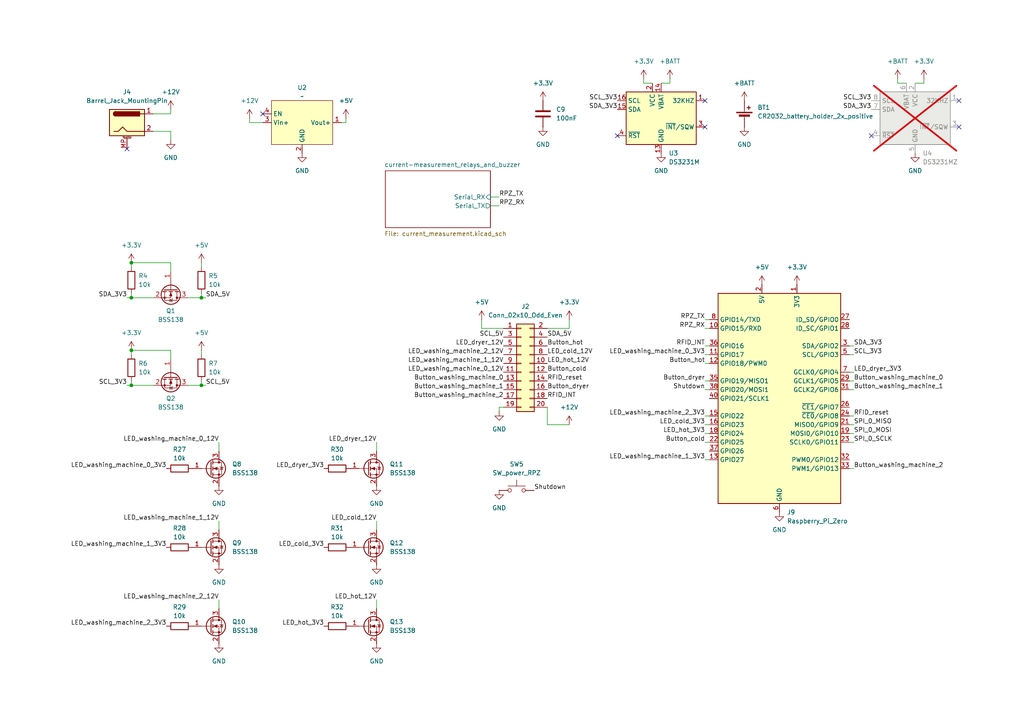
<source format=kicad_sch>
(kicad_sch (version 20231120) (generator "eeschema") (generator_version "8.0")
  (paper "A4")
  (lib_symbols
    (symbol "CR2032_battery_holder:CR2032_battery_holder_2x_positive" (pin_numbers hide) (pin_names (offset 0) hide)
      (property "Reference" "BT" (at 2.54 2.54 0))
      (property "Value" "CR2032_battery_holder_2x_positive" (at 2.54 0 0))
      (symbol "CR2032_battery_holder_2x_positive_0_1"
        (rectangle (start -2.286 1.778) (end 2.286 1.524) (fill (type outline)))
        (rectangle (start -1.524 1.016) (end 1.524 0.508) (fill (type outline)))
        (polyline (pts (xy 0 0.762) (xy 0 0)))
        (polyline (pts (xy 0 1.778) (xy 0 2.54)))
        (polyline (pts (xy 0.762 3.048) (xy 1.778 3.048)) (stroke (width 0.254)))
        (polyline (pts (xy 1.27 3.556) (xy 1.27 2.54)) (stroke (width 0.254)))
      )
      (symbol "CR2032_battery_holder_2x_positive_1_1"
        (pin passive line (at 0 5.08 270) (length 2.54) (name "+") (number "1"))
        (pin passive line (at 0 5.08 270) (length 2.54) hide (name "+") (number "2"))
        (pin passive line (at 0 -2.54 90) (length 2.54) (name "-") (number "3"))
      )
    )
    (symbol "Connector:Barrel_Jack_MountingPin" (pin_names hide)
      (property "Reference" "J" (at 0 5.334 0))
      (property "Value" "Barrel_Jack_MountingPin" (at 1.27 -6.35 0))
      (symbol "Barrel_Jack_MountingPin_0_1"
        (rectangle (start -5.08 3.81) (end 5.08 -3.81) (stroke (width 0.254)) (fill (type background)))
        (arc (start -3.302 3.175) (mid -3.9343 2.54) (end -3.302 1.905) (stroke (width 0.254)))
        (arc (start -3.302 3.175) (mid -3.9343 2.54) (end -3.302 1.905) (stroke (width 0.254)) (fill (type outline)))
        (polyline (pts (xy 5.08 2.54) (xy 3.81 2.54)) (stroke (width 0.254)))
        (polyline (pts (xy -3.81 -2.54) (xy -2.54 -2.54) (xy -1.27 -1.27) (xy 0 -2.54) (xy 2.54 -2.54) (xy 5.08 -2.54)) (stroke (width 0.254)))
        (rectangle (start 3.683 3.175) (end -3.302 1.905) (stroke (width 0.254)) (fill (type outline)))
      )
      (symbol "Barrel_Jack_MountingPin_1_1"
        (polyline (pts (xy -1.016 -4.572) (xy 1.016 -4.572)) (stroke (width 0.1524)))
        (text "Mounting" (at 0 -4.191 0) (effects (font (size 0.381 0.381))))
        (pin passive line (at 7.62 2.54 180) (length 2.54) (name "~") (number "1"))
        (pin passive line (at 7.62 -2.54 180) (length 2.54) (name "~") (number "2"))
        (pin passive line (at 0 -7.62 90) (length 3.048) (name "MountPin") (number "MP"))
      )
    )
    (symbol "Connector:Raspberry_Pi_2_3"
      (property "Reference" "J" (at -17.78 31.75 0))
      (property "Value" "Raspberry_Pi_2_3" (at 10.16 -31.75 0))
      (symbol "Raspberry_Pi_2_3_0_1"
        (rectangle (start -17.78 30.48) (end 17.78 -30.48) (stroke (width 0.254)) (fill (type background)))
      )
      (symbol "Raspberry_Pi_2_3_1_1"
        (pin power_in line (at 5.08 33.02 270) (length 2.54) (name "3V3") (number "1"))
        (pin bidirectional line (at -20.32 20.32 0) (length 2.54) (name "GPIO15/RXD") (number "10"))
        (pin bidirectional line (at -20.32 12.7 0) (length 2.54) (name "GPIO17") (number "11"))
        (pin bidirectional line (at -20.32 10.16 0) (length 2.54) (name "GPIO18/PWM0") (number "12"))
        (pin bidirectional line (at -20.32 -17.78 0) (length 2.54) (name "GPIO27") (number "13"))
        (pin passive line (at 0 -33.02 90) (length 2.54) hide (name "GND") (number "14"))
        (pin bidirectional line (at -20.32 -5.08 0) (length 2.54) (name "GPIO22") (number "15"))
        (pin bidirectional line (at -20.32 -7.62 0) (length 2.54) (name "GPIO23") (number "16"))
        (pin passive line (at 5.08 33.02 270) (length 2.54) hide (name "3V3") (number "17"))
        (pin bidirectional line (at -20.32 -10.16 0) (length 2.54) (name "GPIO24") (number "18"))
        (pin bidirectional line (at 20.32 -10.16 180) (length 2.54) (name "MOSI0/GPIO10") (number "19"))
        (pin power_in line (at -5.08 33.02 270) (length 2.54) (name "5V") (number "2"))
        (pin passive line (at 0 -33.02 90) (length 2.54) hide (name "GND") (number "20"))
        (pin bidirectional line (at 20.32 -7.62 180) (length 2.54) (name "MISO0/GPIO9") (number "21"))
        (pin bidirectional line (at -20.32 -12.7 0) (length 2.54) (name "GPIO25") (number "22"))
        (pin bidirectional line (at 20.32 -12.7 180) (length 2.54) (name "SCLK0/GPIO11") (number "23"))
        (pin bidirectional line (at 20.32 -5.08 180) (length 2.54) (name "~{CE0}/GPIO8") (number "24"))
        (pin passive line (at 0 -33.02 90) (length 2.54) hide (name "GND") (number "25"))
        (pin bidirectional line (at 20.32 -2.54 180) (length 2.54) (name "~{CE1}/GPIO7") (number "26"))
        (pin bidirectional line (at 20.32 22.86 180) (length 2.54) (name "ID_SD/GPIO0") (number "27"))
        (pin bidirectional line (at 20.32 20.32 180) (length 2.54) (name "ID_SC/GPIO1") (number "28"))
        (pin bidirectional line (at 20.32 5.08 180) (length 2.54) (name "GCLK1/GPIO5") (number "29"))
        (pin bidirectional line (at 20.32 15.24 180) (length 2.54) (name "SDA/GPIO2") (number "3"))
        (pin passive line (at 0 -33.02 90) (length 2.54) hide (name "GND") (number "30"))
        (pin bidirectional line (at 20.32 2.54 180) (length 2.54) (name "GCLK2/GPIO6") (number "31"))
        (pin bidirectional line (at 20.32 -17.78 180) (length 2.54) (name "PWM0/GPIO12") (number "32"))
        (pin bidirectional line (at 20.32 -20.32 180) (length 2.54) (name "PWM1/GPIO13") (number "33"))
        (pin passive line (at 0 -33.02 90) (length 2.54) hide (name "GND") (number "34"))
        (pin bidirectional line (at -20.32 5.08 0) (length 2.54) (name "GPIO19/MISO1") (number "35"))
        (pin bidirectional line (at -20.32 15.24 0) (length 2.54) (name "GPIO16") (number "36"))
        (pin bidirectional line (at -20.32 -15.24 0) (length 2.54) (name "GPIO26") (number "37"))
        (pin bidirectional line (at -20.32 2.54 0) (length 2.54) (name "GPIO20/MOSI1") (number "38"))
        (pin passive line (at 0 -33.02 90) (length 2.54) hide (name "GND") (number "39"))
        (pin passive line (at -5.08 33.02 270) (length 2.54) hide (name "5V") (number "4"))
        (pin bidirectional line (at -20.32 0 0) (length 2.54) (name "GPIO21/SCLK1") (number "40"))
        (pin bidirectional line (at 20.32 12.7 180) (length 2.54) (name "SCL/GPIO3") (number "5"))
        (pin power_in line (at 0 -33.02 90) (length 2.54) (name "GND") (number "6"))
        (pin bidirectional line (at 20.32 7.62 180) (length 2.54) (name "GCLK0/GPIO4") (number "7"))
        (pin bidirectional line (at -20.32 22.86 0) (length 2.54) (name "GPIO14/TXD") (number "8"))
        (pin passive line (at 0 -33.02 90) (length 2.54) hide (name "GND") (number "9"))
      )
    )
    (symbol "Connector_Generic:Conn_02x10_Odd_Even" (pin_names (offset 1.016) hide)
      (property "Reference" "J" (at 1.27 12.7 0))
      (property "Value" "Conn_02x10_Odd_Even" (at 1.27 -15.24 0))
      (symbol "Conn_02x10_Odd_Even_1_1"
        (rectangle (start -1.27 -12.573) (end 0 -12.827) (stroke (width 0.1524)))
        (rectangle (start -1.27 -10.033) (end 0 -10.287) (stroke (width 0.1524)))
        (rectangle (start -1.27 -7.493) (end 0 -7.747) (stroke (width 0.1524)))
        (rectangle (start -1.27 -4.953) (end 0 -5.207) (stroke (width 0.1524)))
        (rectangle (start -1.27 -2.413) (end 0 -2.667) (stroke (width 0.1524)))
        (rectangle (start -1.27 0.127) (end 0 -0.127) (stroke (width 0.1524)))
        (rectangle (start -1.27 2.667) (end 0 2.413) (stroke (width 0.1524)))
        (rectangle (start -1.27 5.207) (end 0 4.953) (stroke (width 0.1524)))
        (rectangle (start -1.27 7.747) (end 0 7.493) (stroke (width 0.1524)))
        (rectangle (start -1.27 10.287) (end 0 10.033) (stroke (width 0.1524)))
        (rectangle (start -1.27 11.43) (end 3.81 -13.97) (stroke (width 0.254)) (fill (type background)))
        (rectangle (start 3.81 -12.573) (end 2.54 -12.827) (stroke (width 0.1524)))
        (rectangle (start 3.81 -10.033) (end 2.54 -10.287) (stroke (width 0.1524)))
        (rectangle (start 3.81 -7.493) (end 2.54 -7.747) (stroke (width 0.1524)))
        (rectangle (start 3.81 -4.953) (end 2.54 -5.207) (stroke (width 0.1524)))
        (rectangle (start 3.81 -2.413) (end 2.54 -2.667) (stroke (width 0.1524)))
        (rectangle (start 3.81 0.127) (end 2.54 -0.127) (stroke (width 0.1524)))
        (rectangle (start 3.81 2.667) (end 2.54 2.413) (stroke (width 0.1524)))
        (rectangle (start 3.81 5.207) (end 2.54 4.953) (stroke (width 0.1524)))
        (rectangle (start 3.81 7.747) (end 2.54 7.493) (stroke (width 0.1524)))
        (rectangle (start 3.81 10.287) (end 2.54 10.033) (stroke (width 0.1524)))
        (pin passive line (at -5.08 10.16 0) (length 3.81) (name "Pin_1") (number "1"))
        (pin passive line (at 7.62 0 180) (length 3.81) (name "Pin_10") (number "10"))
        (pin passive line (at -5.08 -2.54 0) (length 3.81) (name "Pin_11") (number "11"))
        (pin passive line (at 7.62 -2.54 180) (length 3.81) (name "Pin_12") (number "12"))
        (pin passive line (at -5.08 -5.08 0) (length 3.81) (name "Pin_13") (number "13"))
        (pin passive line (at 7.62 -5.08 180) (length 3.81) (name "Pin_14") (number "14"))
        (pin passive line (at -5.08 -7.62 0) (length 3.81) (name "Pin_15") (number "15"))
        (pin passive line (at 7.62 -7.62 180) (length 3.81) (name "Pin_16") (number "16"))
        (pin passive line (at -5.08 -10.16 0) (length 3.81) (name "Pin_17") (number "17"))
        (pin passive line (at 7.62 -10.16 180) (length 3.81) (name "Pin_18") (number "18"))
        (pin passive line (at -5.08 -12.7 0) (length 3.81) (name "Pin_19") (number "19"))
        (pin passive line (at 7.62 10.16 180) (length 3.81) (name "Pin_2") (number "2"))
        (pin passive line (at 7.62 -12.7 180) (length 3.81) (name "Pin_20") (number "20"))
        (pin passive line (at -5.08 7.62 0) (length 3.81) (name "Pin_3") (number "3"))
        (pin passive line (at 7.62 7.62 180) (length 3.81) (name "Pin_4") (number "4"))
        (pin passive line (at -5.08 5.08 0) (length 3.81) (name "Pin_5") (number "5"))
        (pin passive line (at 7.62 5.08 180) (length 3.81) (name "Pin_6") (number "6"))
        (pin passive line (at -5.08 2.54 0) (length 3.81) (name "Pin_7") (number "7"))
        (pin passive line (at 7.62 2.54 180) (length 3.81) (name "Pin_8") (number "8"))
        (pin passive line (at -5.08 0 0) (length 3.81) (name "Pin_9") (number "9"))
      )
    )
    (symbol "Device:C" (pin_numbers hide) (pin_names (offset 0.254))
      (property "Reference" "C" (at 0.635 2.54 0))
      (property "Value" "C" (at 0.635 -2.54 0))
      (symbol "C_0_1"
        (polyline (pts (xy -2.032 -0.762) (xy 2.032 -0.762)) (stroke (width 0.508)))
        (polyline (pts (xy -2.032 0.762) (xy 2.032 0.762)) (stroke (width 0.508)))
      )
      (symbol "C_1_1"
        (pin passive line (at 0 3.81 270) (length 2.794) (name "~") (number "1"))
        (pin passive line (at 0 -3.81 90) (length 2.794) (name "~") (number "2"))
      )
    )
    (symbol "Device:R" (pin_numbers hide) (pin_names (offset 0))
      (property "Reference" "R" (at 2.032 0 90))
      (property "Value" "R" (at 0 0 90))
      (symbol "R_0_1"
        (rectangle (start -1.016 -2.54) (end 1.016 2.54) (stroke (width 0.254)))
      )
      (symbol "R_1_1"
        (pin passive line (at 0 3.81 270) (length 1.27) (name "~") (number "1"))
        (pin passive line (at 0 -3.81 90) (length 1.27) (name "~") (number "2"))
      )
    )
    (symbol "Switch:SW_Push" (pin_numbers hide) (pin_names (offset 1.016) hide)
      (property "Reference" "SW" (at 1.27 2.54 0))
      (property "Value" "SW_Push" (at 0 -1.524 0))
      (symbol "SW_Push_0_1"
        (circle (center -2.032 0) (radius 0.508))
        (polyline (pts (xy 0 1.27) (xy 0 3.048)))
        (polyline (pts (xy 2.54 1.27) (xy -2.54 1.27)))
        (circle (center 2.032 0) (radius 0.508))
        (pin passive line (at -5.08 0 0) (length 2.54) (name "1") (number "1"))
        (pin passive line (at 5.08 0 180) (length 2.54) (name "2") (number "2"))
      )
    )
    (symbol "Timer_RTC:DS3231M"
      (property "Reference" "U" (at -7.62 8.89 0))
      (property "Value" "DS3231M" (at 10.16 8.89 0))
      (symbol "DS3231M_0_1"
        (rectangle (start -10.16 7.62) (end 10.16 -7.62) (stroke (width 0.254)) (fill (type background)))
      )
      (symbol "DS3231M_1_1"
        (pin open_collector line (at 12.7 5.08 180) (length 2.54) (name "32KHZ") (number "1"))
        (pin passive line (at 0 -10.16 90) (length 2.54) hide (name "GND") (number "10"))
        (pin passive line (at 0 -10.16 90) (length 2.54) hide (name "GND") (number "11"))
        (pin passive line (at 0 -10.16 90) (length 2.54) hide (name "GND") (number "12"))
        (pin power_in line (at 0 -10.16 90) (length 2.54) (name "GND") (number "13"))
        (pin power_in line (at 0 10.16 270) (length 2.54) (name "VBAT") (number "14"))
        (pin bidirectional line (at -12.7 2.54 0) (length 2.54) (name "SDA") (number "15"))
        (pin input line (at -12.7 5.08 0) (length 2.54) (name "SCL") (number "16"))
        (pin power_in line (at -2.54 10.16 270) (length 2.54) (name "VCC") (number "2"))
        (pin open_collector line (at 12.7 -2.54 180) (length 2.54) (name "~{INT}/SQW") (number "3"))
        (pin bidirectional line (at -12.7 -5.08 0) (length 2.54) (name "~{RST}") (number "4"))
        (pin passive line (at 0 -10.16 90) (length 2.54) hide (name "GND") (number "5"))
        (pin passive line (at 0 -10.16 90) (length 2.54) hide (name "GND") (number "6"))
        (pin passive line (at 0 -10.16 90) (length 2.54) hide (name "GND") (number "7"))
        (pin passive line (at 0 -10.16 90) (length 2.54) hide (name "GND") (number "8"))
        (pin passive line (at 0 -10.16 90) (length 2.54) hide (name "GND") (number "9"))
      )
    )
    (symbol "Timer_RTC:DS3231MZ"
      (property "Reference" "U" (at -7.62 8.89 0))
      (property "Value" "DS3231MZ" (at 11.43 8.89 0))
      (symbol "DS3231MZ_0_1"
        (rectangle (start -10.16 7.62) (end 10.16 -7.62) (stroke (width 0.254)) (fill (type background)))
      )
      (symbol "DS3231MZ_1_1"
        (pin open_collector line (at 12.7 5.08 180) (length 2.54) (name "32KHZ") (number "1"))
        (pin power_in line (at 0 10.16 270) (length 2.54) (name "VCC") (number "2"))
        (pin open_collector line (at 12.7 -2.54 180) (length 2.54) (name "~{INT}/SQW") (number "3"))
        (pin bidirectional line (at -12.7 -5.08 0) (length 2.54) (name "~{RST}") (number "4"))
        (pin power_in line (at 0 -10.16 90) (length 2.54) (name "GND") (number "5"))
        (pin power_in line (at -2.54 10.16 270) (length 2.54) (name "VBAT") (number "6"))
        (pin bidirectional line (at -12.7 2.54 0) (length 2.54) (name "SDA") (number "7"))
        (pin input line (at -12.7 5.08 0) (length 2.54) (name "SCL") (number "8"))
      )
    )
    (symbol "Transistor_FET:BSS138" (pin_names hide)
      (property "Reference" "Q" (at 5.08 1.905 0))
      (property "Value" "BSS138" (at 5.08 0 0))
      (symbol "BSS138_0_1"
        (polyline (pts (xy 0.254 0) (xy -2.54 0)))
        (polyline (pts (xy 0.254 1.905) (xy 0.254 -1.905)) (stroke (width 0.254)))
        (polyline (pts (xy 0.762 -1.27) (xy 0.762 -2.286)) (stroke (width 0.254)))
        (polyline (pts (xy 0.762 0.508) (xy 0.762 -0.508)) (stroke (width 0.254)))
        (polyline (pts (xy 0.762 2.286) (xy 0.762 1.27)) (stroke (width 0.254)))
        (polyline (pts (xy 2.54 2.54) (xy 2.54 1.778)))
        (polyline (pts (xy 2.54 -2.54) (xy 2.54 0) (xy 0.762 0)))
        (polyline (pts (xy 0.762 -1.778) (xy 3.302 -1.778) (xy 3.302 1.778) (xy 0.762 1.778)))
        (polyline (pts (xy 1.016 0) (xy 2.032 0.381) (xy 2.032 -0.381) (xy 1.016 0)) (fill (type outline)))
        (polyline (pts (xy 2.794 0.508) (xy 2.921 0.381) (xy 3.683 0.381) (xy 3.81 0.254)))
        (polyline (pts (xy 3.302 0.381) (xy 2.921 -0.254) (xy 3.683 -0.254) (xy 3.302 0.381)))
        (circle (center 1.651 0) (radius 2.794) (stroke (width 0.254)))
        (circle (center 2.54 -1.778) (radius 0.254) (fill (type outline)))
        (circle (center 2.54 1.778) (radius 0.254) (fill (type outline)))
      )
      (symbol "BSS138_1_1"
        (pin input line (at -5.08 0 0) (length 2.54) (name "G") (number "1"))
        (pin passive line (at 2.54 -5.08 90) (length 2.54) (name "S") (number "2"))
        (pin passive line (at 2.54 5.08 270) (length 2.54) (name "D") (number "3"))
      )
    )
    (symbol "dc-dc:MP2315_board"
      (property "Reference" "U" (at 0 7.874 0))
      (symbol "MP2315_board_1_1"
        (rectangle (start -8.89 6.35) (end 8.89 -6.35) (fill (type background)))
        (pin power_out line (at 11.43 0 180) (length 2.54) (name "Vout+") (number "1"))
        (pin passive line (at 0 -8.89 90) (length 2.54) (name "GND") (number "2"))
        (pin power_in line (at -11.43 0 0) (length 2.54) (name "Vin+") (number "3"))
        (pin input line (at -11.43 2.54 0) (length 2.54) (name "EN") (number "4"))
      )
    )
    (symbol "power:+12V" (power) (pin_numbers hide) (pin_names (offset 0) hide)
      (property "Value" "+12V" (at 0 3.556 0))
      (symbol "+12V_0_1"
        (polyline (pts (xy -0.762 1.27) (xy 0 2.54)))
        (polyline (pts (xy 0 0) (xy 0 2.54)))
        (polyline (pts (xy 0 2.54) (xy 0.762 1.27)))
      )
      (symbol "+12V_1_1"
        (pin power_in line (at 0 0 90) (length 0) (name "~") (number "1"))
      )
    )
    (symbol "power:+3.3V" (power) (pin_numbers hide) (pin_names (offset 0) hide)
      (property "Value" "+3.3V" (at 0 3.556 0))
      (symbol "+3.3V_0_1"
        (polyline (pts (xy -0.762 1.27) (xy 0 2.54)))
        (polyline (pts (xy 0 0) (xy 0 2.54)))
        (polyline (pts (xy 0 2.54) (xy 0.762 1.27)))
      )
      (symbol "+3.3V_1_1"
        (pin power_in line (at 0 0 90) (length 0) (name "~") (number "1"))
      )
    )
    (symbol "power:+5V" (power) (pin_numbers hide) (pin_names (offset 0) hide)
      (property "Value" "+5V" (at 0 3.556 0))
      (symbol "+5V_0_1"
        (polyline (pts (xy -0.762 1.27) (xy 0 2.54)))
        (polyline (pts (xy 0 0) (xy 0 2.54)))
        (polyline (pts (xy 0 2.54) (xy 0.762 1.27)))
      )
      (symbol "+5V_1_1"
        (pin power_in line (at 0 0 90) (length 0) (name "~") (number "1"))
      )
    )
    (symbol "power:+BATT" (power) (pin_numbers hide) (pin_names (offset 0) hide)
      (property "Value" "+BATT" (at 0 3.556 0))
      (symbol "+BATT_0_1"
        (polyline (pts (xy -0.762 1.27) (xy 0 2.54)))
        (polyline (pts (xy 0 0) (xy 0 2.54)))
        (polyline (pts (xy 0 2.54) (xy 0.762 1.27)))
      )
      (symbol "+BATT_1_1"
        (pin power_in line (at 0 0 90) (length 0) (name "~") (number "1"))
      )
    )
    (symbol "power:GND" (power) (pin_numbers hide) (pin_names (offset 0) hide)
      (property "Value" "GND" (at 0 -3.81 0))
      (symbol "GND_0_1"
        (polyline (pts (xy 0 0) (xy 0 -1.27) (xy 1.27 -1.27) (xy 0 -2.54) (xy -1.27 -1.27) (xy 0 -1.27)))
      )
      (symbol "GND_1_1"
        (pin power_in line (at 0 0 270) (length 0) (name "~") (number "1"))
      )
    )
  )
  (junction (at 38.1 76.2))
  (junction (at 38.1 86.36))
  (junction (at 38.1 101.6))
  (junction (at 38.1 111.76))
  (junction (at 58.42 86.36))
  (junction (at 58.42 111.76))
  (no_connect (at 252.73 39.37))
  (no_connect (at 76.2 33.02))
  (no_connect (at 36.83 43.18))
  (no_connect (at 204.47 36.83))
  (no_connect (at 179.07 39.37))
  (no_connect (at 204.47 29.21))
  (no_connect (at 278.13 29.21))
  (no_connect (at 278.13 36.83))
  (wire (pts (xy 204.47 120.65) (xy 205.74 120.65)))
  (wire (pts (xy 158.75 95.25) (xy 165.1 95.25)))
  (wire (pts (xy 247.65 123.19) (xy 246.38 123.19)))
  (wire (pts (xy 38.1 86.36) (xy 38.1 85.09)))
  (wire (pts (xy 247.65 102.87) (xy 246.38 102.87)))
  (wire (pts (xy 54.61 86.36) (xy 58.42 86.36)))
  (wire (pts (xy 165.1 92.71) (xy 165.1 95.25)))
  (wire (pts (xy 204.47 92.71) (xy 205.74 92.71)))
  (wire (pts (xy 100.33 35.56) (xy 99.06 35.56)))
  (wire (pts (xy 109.22 128.27) (xy 109.22 130.81)))
  (wire (pts (xy 44.45 33.02) (xy 49.53 33.02)))
  (wire (pts (xy 44.45 111.76) (xy 38.1 111.76)))
  (wire (pts (xy 59.69 111.76) (xy 58.42 111.76)))
  (wire (pts (xy 63.5 173.99) (xy 63.5 176.53)))
  (wire (pts (xy 247.65 110.49) (xy 246.38 110.49)))
  (wire (pts (xy 100.33 34.29) (xy 100.33 35.56)))
  (wire (pts (xy 247.65 120.65) (xy 246.38 120.65)))
  (wire (pts (xy 204.47 123.19) (xy 205.74 123.19)))
  (wire (pts (xy 204.47 113.03) (xy 205.74 113.03)))
  (wire (pts (xy 72.39 35.56) (xy 72.39 34.29)))
  (wire (pts (xy 247.65 107.95) (xy 246.38 107.95)))
  (wire (pts (xy 109.22 151.13) (xy 109.22 153.67)))
  (wire (pts (xy 58.42 76.2) (xy 58.42 77.47)))
  (wire (pts (xy 267.97 22.86) (xy 267.97 24.13)))
  (wire (pts (xy 139.7 95.25) (xy 146.05 95.25)))
  (wire (pts (xy 63.5 128.27) (xy 63.5 130.81)))
  (wire (pts (xy 76.2 35.56) (xy 72.39 35.56)))
  (wire (pts (xy 49.53 33.02) (xy 49.53 31.75)))
  (wire (pts (xy 194.31 22.86) (xy 194.31 24.13)))
  (wire (pts (xy 247.65 113.03) (xy 246.38 113.03)))
  (wire (pts (xy 204.47 133.35) (xy 205.74 133.35)))
  (wire (pts (xy 142.24 57.15) (xy 144.78 57.15)))
  (wire (pts (xy 59.69 86.36) (xy 58.42 86.36)))
  (wire (pts (xy 58.42 101.6) (xy 58.42 102.87)))
  (wire (pts (xy 109.22 173.99) (xy 109.22 176.53)))
  (wire (pts (xy 247.65 125.73) (xy 246.38 125.73)))
  (wire (pts (xy 204.47 100.33) (xy 205.74 100.33)))
  (wire (pts (xy 204.47 102.87) (xy 205.74 102.87)))
  (wire (pts (xy 247.65 128.27) (xy 246.38 128.27)))
  (wire (pts (xy 58.42 111.76) (xy 58.42 110.49)))
  (wire (pts (xy 38.1 76.2) (xy 38.1 77.47)))
  (wire (pts (xy 186.69 24.13) (xy 186.69 22.86)))
  (wire (pts (xy 262.89 24.13) (xy 260.35 24.13)))
  (wire (pts (xy 44.45 38.1) (xy 49.53 38.1)))
  (wire (pts (xy 144.78 118.11) (xy 146.05 118.11)))
  (wire (pts (xy 247.65 100.33) (xy 246.38 100.33)))
  (wire (pts (xy 247.65 135.89) (xy 246.38 135.89)))
  (wire (pts (xy 49.53 76.2) (xy 38.1 76.2)))
  (wire (pts (xy 49.53 38.1) (xy 49.53 40.64)))
  (wire (pts (xy 260.35 24.13) (xy 260.35 22.86)))
  (wire (pts (xy 36.83 86.36) (xy 38.1 86.36)))
  (wire (pts (xy 58.42 86.36) (xy 58.42 85.09)))
  (wire (pts (xy 194.31 24.13) (xy 191.77 24.13)))
  (wire (pts (xy 204.47 95.25) (xy 205.74 95.25)))
  (wire (pts (xy 204.47 125.73) (xy 205.74 125.73)))
  (wire (pts (xy 139.7 92.71) (xy 139.7 95.25)))
  (wire (pts (xy 267.97 24.13) (xy 265.43 24.13)))
  (wire (pts (xy 49.53 104.14) (xy 49.53 101.6)))
  (wire (pts (xy 49.53 78.74) (xy 49.53 76.2)))
  (wire (pts (xy 204.47 110.49) (xy 205.74 110.49)))
  (wire (pts (xy 158.75 118.11) (xy 158.75 123.19)))
  (wire (pts (xy 204.47 128.27) (xy 205.74 128.27)))
  (wire (pts (xy 54.61 111.76) (xy 58.42 111.76)))
  (wire (pts (xy 142.24 59.69) (xy 144.78 59.69)))
  (wire (pts (xy 38.1 111.76) (xy 38.1 110.49)))
  (wire (pts (xy 204.47 105.41) (xy 205.74 105.41)))
  (wire (pts (xy 165.1 123.19) (xy 158.75 123.19)))
  (wire (pts (xy 38.1 101.6) (xy 38.1 102.87)))
  (wire (pts (xy 189.23 24.13) (xy 186.69 24.13)))
  (wire (pts (xy 144.78 118.11) (xy 144.78 119.38)))
  (wire (pts (xy 36.83 111.76) (xy 38.1 111.76)))
  (wire (pts (xy 63.5 151.13) (xy 63.5 153.67)))
  (wire (pts (xy 49.53 101.6) (xy 38.1 101.6)))
  (wire (pts (xy 44.45 86.36) (xy 38.1 86.36)))
  (text "Available: 150, 270, 10k" (at 38.862 216.154 0) (effects (font (size 2.56 2.56))))
  (label "Shutdown" (at 204.47 113.03 180))
  (label "Button_washing_machine_0" (at 146.05 110.49 180))
  (label "SDA_3V3" (at 179.07 31.75 180))
  (label "LED_dryer_12V" (at 146.05 100.33 180))
  (label "Button_hot" (at 158.75 100.33 0))
  (label "LED_washing_machine_2_12V" (at 146.05 102.87 180))
  (label "RFID_reset" (at 158.75 110.49 0))
  (label "RPZ_RX" (at 204.47 95.25 180))
  (label "SCL_3V3" (at 36.83 111.76 180))
  (label "LED_washing_machine_0_12V" (at 63.5 128.27 180))
  (label "LED_washing_machine_2_3V3" (at 204.47 120.65 180))
  (label "LED_washing_machine_1_3V3" (at 204.47 133.35 180))
  (label "LED_washing_machine_1_12V" (at 146.05 105.41 180))
  (label "RPZ_RX" (at 144.78 59.69 0))
  (label "RFID_reset" (at 247.65 120.65 0))
  (label "Button_dryer" (at 204.47 110.49 180))
  (label "LED_washing_machine_2_12V" (at 63.5 173.99 180))
  (label "LED_cold_3V3" (at 93.98 158.75 180))
  (label "SPI_0_MISO" (at 247.65 123.19 0))
  (label "SCL_5V" (at 59.69 111.76 0))
  (label "RFID_INT" (at 158.75 115.57 0))
  (label "SDA_5V" (at 158.75 97.79 0))
  (label "LED_washing_machine_0_3V3" (at 48.26 135.89 180))
  (label "SDA_3V3" (at 247.65 100.33 0))
  (label "Button_hot" (at 204.47 105.41 180))
  (label "LED_dryer_12V" (at 109.22 128.27 180))
  (label "SCL_3V3" (at 252.73 29.21 180))
  (label "LED_washing_machine_1_3V3" (at 48.26 158.75 180))
  (label "LED_cold_12V" (at 158.75 102.87 0))
  (label "Button_washing_machine_1" (at 146.05 113.03 180))
  (label "LED_cold_3V3" (at 204.47 123.19 180))
  (label "RFID_INT" (at 204.47 100.33 180))
  (label "SDA_5V" (at 59.69 86.36 0))
  (label "Button_dryer" (at 158.75 113.03 0))
  (label "Button_washing_machine_1" (at 247.65 113.03 0))
  (label "Button_cold" (at 204.47 128.27 180))
  (label "SCL_3V3" (at 179.07 29.21 180))
  (label "RPZ_TX" (at 204.47 92.71 180))
  (label "LED_hot_12V" (at 109.22 173.99 180))
  (label "LED_hot_3V3" (at 204.47 125.73 180))
  (label "LED_washing_machine_0_3V3" (at 204.47 102.87 180))
  (label "LED_hot_12V" (at 158.75 105.41 0))
  (label "SCL_3V3" (at 247.65 102.87 0))
  (label "LED_washing_machine_0_12V" (at 146.05 107.95 180))
  (label "LED_hot_3V3" (at 93.98 181.61 180))
  (label "Button_cold" (at 158.75 107.95 0))
  (label "LED_washing_machine_1_12V" (at 63.5 151.13 180))
  (label "SPI_0_MOSI" (at 247.65 125.73 0))
  (label "LED_dryer_3V3" (at 93.98 135.89 180))
  (label "Button_washing_machine_2" (at 146.05 115.57 180))
  (label "LED_washing_machine_2_3V3" (at 48.26 181.61 180))
  (label "SDA_3V3" (at 252.73 31.75 180))
  (label "SDA_3V3" (at 36.83 86.36 180))
  (label "Shutdown" (at 154.94 142.24 0))
  (label "SPI_0_SCLK" (at 247.65 128.27 0))
  (label "RPZ_TX" (at 144.78 57.15 0))
  (label "LED_cold_12V" (at 109.22 151.13 180))
  (label "Button_washing_machine_2" (at 247.65 135.89 0))
  (label "LED_dryer_3V3" (at 247.65 107.95 0))
  (label "Button_washing_machine_0" (at 247.65 110.49 0))
  (label "SCL_5V" (at 146.05 97.79 180))
  (symbol (lib_id "dc-dc:MP2315_board") (at 87.63 35.56 0) (unit 1)
    (property "Reference" "U2" (at 87.63 25.4 0))
    (property "Value" "~" (at 87.63 27.94 0))
    (property "Footprint" "lib:MP2315_board_vertical" (effects (hide yes)))
  )
  (symbol (lib_id "Device:R") (at 58.42 81.28 0) (unit 1)
    (property "Reference" "R5" (at 60.469 80.0099 0) (effects (justify left)))
    (property "Value" "10k" (at 60.469 82.5499 0) (effects (justify left)))
    (property "Footprint" "Resistor_SMD:R_0805_2012Metric_Pad1.20x1.40mm_HandSolder" (effects (hide yes)))
    (property "Description" "Resistor" (effects (hide yes)))
  )
  (symbol (lib_id "power:GND") (at 63.5 163.83 0) (unit 1)
    (property "Reference" "#PWR052" (effects (hide yes)))
    (property "Value" "GND" (at 63.5 168.91 0))
    (property "Description" "Power symbol creates a global label with name \"GND\" , ground" (effects (hide yes)))
  )
  (symbol (lib_id "Device:R") (at 52.07 158.75 90) (unit 1)
    (property "Reference" "R28" (at 52.07 153.2104 90))
    (property "Value" "10k" (at 52.07 155.7504 90))
    (property "Footprint" "Resistor_SMD:R_0805_2012Metric_Pad1.20x1.40mm_HandSolder" (effects (hide yes)))
    (property "Description" "Resistor" (effects (hide yes)))
  )
  (symbol (lib_id "power:+5V") (at 139.7 92.71 0) (unit 1)
    (property "Reference" "#PWR046" (effects (hide yes)))
    (property "Value" "+5V" (at 139.7 87.63 0))
    (property "Description" "Power symbol creates a global label with name \"+5V\"" (effects (hide yes)))
  )
  (symbol (lib_id "Device:R") (at 52.07 181.61 90) (unit 1)
    (property "Reference" "R29" (at 52.07 176.0704 90))
    (property "Value" "10k" (at 52.07 178.6104 90))
    (property "Footprint" "Resistor_SMD:R_0805_2012Metric_Pad1.20x1.40mm_HandSolder" (effects (hide yes)))
    (property "Description" "Resistor" (effects (hide yes)))
  )
  (symbol (lib_id "power:GND") (at 49.53 40.64 0) (unit 1)
    (property "Reference" "#PWR04" (effects (hide yes)))
    (property "Value" "GND" (at 49.53 45.72 0))
    (property "Description" "Power symbol creates a global label with name \"GND\" , ground" (effects (hide yes)))
  )
  (symbol (lib_id "Transistor_FET:BSS138") (at 49.53 109.22 270) (unit 1)
    (property "Reference" "Q2" (at 49.53 115.57 90))
    (property "Value" "BSS138" (at 49.53 118.11 90))
    (property "Footprint" "Package_TO_SOT_SMD:SOT-323_SC-70_Handsoldering" (effects (hide yes)))
    (property "Datasheet" "https://www.onsemi.com/pub/Collateral/BSS138-D.PDF" (effects (hide yes)))
    (property "Description" "50V Vds, 0.22A Id, N-Channel MOSFET, SOT-23" (effects (hide yes)))
  )
  (symbol (lib_id "Connector_Generic:Conn_02x10_Odd_Even") (at 151.13 105.41 0) (unit 1) (exclude_from_sim yes)
    (property "Reference" "J2" (at 152.4 88.9 0))
    (property "Value" "Conn_02x10_Odd_Even" (at 152.4 91.44 0))
    (property "Footprint" "Connector_IDC:IDC-Header_2x10_P2.54mm_Vertical" (effects (hide yes)))
    (property "Description" "Generic connector, double row, 02x10, odd/even pin numbering scheme (row 1 odd numbers, row 2 even numbers), script generated (kicad-library-utils/schlib/autogen/connector/)" (effects (hide yes)))
  )
  (symbol (lib_id "power:GND") (at 191.77 44.45 0) (unit 1)
    (property "Reference" "#PWR059" (effects (hide yes)))
    (property "Value" "GND" (at 191.77 49.53 0))
    (property "Description" "Power symbol creates a global label with name \"GND\" , ground" (effects (hide yes)))
  )
  (symbol (lib_id "power:+3.3V") (at 157.48 29.21 0) (unit 1)
    (property "Reference" "#PWR062" (effects (hide yes)))
    (property "Value" "+3.3V" (at 157.48 24.13 0))
    (property "Description" "Power symbol creates a global label with name \"+3.3V\"" (effects (hide yes)))
  )
  (symbol (lib_id "power:GND") (at 87.63 44.45 0) (unit 1)
    (property "Reference" "#PWR048" (effects (hide yes)))
    (property "Value" "GND" (at 87.63 49.53 0))
    (property "Description" "Power symbol creates a global label with name \"GND\" , ground" (effects (hide yes)))
  )
  (symbol (lib_id "power:+BATT") (at 215.9 29.21 0) (unit 1)
    (property "Reference" "#PWR058" (effects (hide yes)))
    (property "Value" "+BATT" (at 215.9 24.13 0))
    (property "Description" "Power symbol creates a global label with name \"+BATT\"" (effects (hide yes)))
  )
  (symbol (lib_id "Transistor_FET:BSS138") (at 106.68 135.89 0) (unit 1)
    (property "Reference" "Q11" (at 113.03 134.6199 0) (effects (justify left)))
    (property "Value" "BSS138" (at 113.03 137.1599 0) (effects (justify left)))
    (property "Footprint" "Package_TO_SOT_SMD:SOT-323_SC-70_Handsoldering" (effects (hide yes)))
    (property "Datasheet" "https://www.onsemi.com/pub/Collateral/BSS138-D.PDF" (effects (hide yes)))
    (property "Description" "50V Vds, 0.22A Id, N-Channel MOSFET, SOT-23" (effects (hide yes)))
  )
  (symbol (lib_id "power:GND") (at 63.5 186.69 0) (unit 1)
    (property "Reference" "#PWR053" (effects (hide yes)))
    (property "Value" "GND" (at 63.5 191.77 0))
    (property "Description" "Power symbol creates a global label with name \"GND\" , ground" (effects (hide yes)))
  )
  (symbol (lib_id "power:+12V") (at 165.1 123.19 0) (unit 1)
    (property "Reference" "#PWR057" (effects (hide yes)))
    (property "Value" "+12V" (at 165.1 118.11 0))
    (property "Description" "Power symbol creates a global label with name \"+12V\"" (effects (hide yes)))
  )
  (symbol (lib_id "power:GND") (at 157.48 36.83 0) (unit 1)
    (property "Reference" "#PWR063" (effects (hide yes)))
    (property "Value" "GND" (at 157.48 41.91 0))
    (property "Description" "Power symbol creates a global label with name \"GND\" , ground" (effects (hide yes)))
  )
  (symbol (lib_id "Transistor_FET:BSS138") (at 60.96 158.75 0) (unit 1)
    (property "Reference" "Q9" (at 67.31 157.4799 0) (effects (justify left)))
    (property "Value" "BSS138" (at 67.31 160.0199 0) (effects (justify left)))
    (property "Footprint" "Package_TO_SOT_SMD:SOT-323_SC-70_Handsoldering" (effects (hide yes)))
    (property "Datasheet" "https://www.onsemi.com/pub/Collateral/BSS138-D.PDF" (effects (hide yes)))
    (property "Description" "50V Vds, 0.22A Id, N-Channel MOSFET, SOT-23" (effects (hide yes)))
  )
  (symbol (lib_id "power:+5V") (at 58.42 101.6 0) (unit 1)
    (property "Reference" "#PWR016" (effects (hide yes)))
    (property "Value" "+5V" (at 58.42 96.52 0))
    (property "Description" "Power symbol creates a global label with name \"+5V\"" (effects (hide yes)))
  )
  (symbol (lib_id "power:GND") (at 226.06 148.59 0) (unit 1)
    (property "Reference" "#PWR043" (effects (hide yes)))
    (property "Value" "GND" (at 226.06 153.67 0))
    (property "Description" "Power symbol creates a global label with name \"GND\" , ground" (effects (hide yes)))
  )
  (symbol (lib_id "Timer_RTC:DS3231M") (at 191.77 34.29 0) (unit 1)
    (property "Reference" "U3" (at 193.9641 44.45 0) (effects (justify left)))
    (property "Value" "DS3231M" (at 193.9641 46.99 0) (effects (justify left)))
    (property "Footprint" "Package_SO:SOIC-16W_7.5x10.3mm_P1.27mm" (effects (hide yes)))
    (property "Datasheet" "http://datasheets.maximintegrated.com/en/ds/DS3231.pdf" (effects (hide yes)))
    (property "Description" "Extremely Accurate I2C-Integrated RTC/TCXO/Crystal SOIC-16" (effects (hide yes)))
  )
  (symbol (lib_id "Transistor_FET:BSS138") (at 60.96 135.89 0) (unit 1)
    (property "Reference" "Q8" (at 67.31 134.6199 0) (effects (justify left)))
    (property "Value" "BSS138" (at 67.31 137.1599 0) (effects (justify left)))
    (property "Footprint" "Package_TO_SOT_SMD:SOT-323_SC-70_Handsoldering" (effects (hide yes)))
    (property "Datasheet" "https://www.onsemi.com/pub/Collateral/BSS138-D.PDF" (effects (hide yes)))
    (property "Description" "50V Vds, 0.22A Id, N-Channel MOSFET, SOT-23" (effects (hide yes)))
  )
  (symbol (lib_id "power:+5V") (at 220.98 82.55 0) (unit 1)
    (property "Reference" "#PWR040" (effects (hide yes)))
    (property "Value" "+5V" (at 220.98 77.47 0))
    (property "Description" "Power symbol creates a global label with name \"+5V\"" (effects (hide yes)))
  )
  (symbol (lib_id "power:+5V") (at 100.33 34.29 0) (unit 1)
    (property "Reference" "#PWR050" (effects (hide yes)))
    (property "Value" "+5V" (at 100.33 29.21 0))
    (property "Description" "Power symbol creates a global label with name \"+5V\"" (effects (hide yes)))
  )
  (symbol (lib_id "Transistor_FET:BSS138") (at 49.53 83.82 270) (unit 1)
    (property "Reference" "Q1" (at 49.53 90.17 90))
    (property "Value" "BSS138" (at 49.53 92.71 90))
    (property "Footprint" "Package_TO_SOT_SMD:SOT-323_SC-70_Handsoldering" (effects (hide yes)))
    (property "Datasheet" "https://www.onsemi.com/pub/Collateral/BSS138-D.PDF" (effects (hide yes)))
    (property "Description" "50V Vds, 0.22A Id, N-Channel MOSFET, SOT-23" (effects (hide yes)))
  )
  (symbol (lib_id "Transistor_FET:BSS138") (at 106.68 181.61 0) (unit 1)
    (property "Reference" "Q13" (at 113.03 180.3399 0) (effects (justify left)))
    (property "Value" "BSS138" (at 113.03 182.8799 0) (effects (justify left)))
    (property "Footprint" "Package_TO_SOT_SMD:SOT-323_SC-70_Handsoldering" (effects (hide yes)))
    (property "Datasheet" "https://www.onsemi.com/pub/Collateral/BSS138-D.PDF" (effects (hide yes)))
    (property "Description" "50V Vds, 0.22A Id, N-Channel MOSFET, SOT-23" (effects (hide yes)))
  )
  (symbol (lib_id "power:+BATT") (at 194.31 22.86 0) (unit 1)
    (property "Reference" "#PWR064" (effects (hide yes)))
    (property "Value" "+BATT" (at 194.31 17.78 0))
    (property "Description" "Power symbol creates a global label with name \"+BATT\"" (effects (hide yes)))
  )
  (symbol (lib_id "power:GND") (at 109.22 186.69 0) (unit 1)
    (property "Reference" "#PWR056" (effects (hide yes)))
    (property "Value" "GND" (at 109.22 191.77 0))
    (property "Description" "Power symbol creates a global label with name \"GND\" , ground" (effects (hide yes)))
  )
  (symbol (lib_id "power:+3.3V") (at 267.97 22.86 0) (unit 1)
    (property "Reference" "#PWR065" (effects (hide yes)))
    (property "Value" "+3.3V" (at 267.97 17.78 0))
    (property "Description" "Power symbol creates a global label with name \"+3.3V\"" (effects (hide yes)))
  )
  (symbol (lib_id "power:GND") (at 265.43 44.45 0) (unit 1)
    (property "Reference" "#PWR066" (effects (hide yes)))
    (property "Value" "GND" (at 265.43 49.53 0))
    (property "Description" "Power symbol creates a global label with name \"GND\" , ground" (effects (hide yes)))
  )
  (symbol (lib_id "power:+3.3V") (at 38.1 101.6 0) (unit 1)
    (property "Reference" "#PWR015" (effects (hide yes)))
    (property "Value" "+3.3V" (at 38.1 96.52 0))
    (property "Description" "Power symbol creates a global label with name \"+3.3V\"" (effects (hide yes)))
  )
  (symbol (lib_id "Switch:SW_Push") (at 149.86 142.24 0) (unit 1)
    (property "Reference" "SW5" (at 149.86 134.62 0))
    (property "Value" "SW_power_RPZ" (at 149.86 137.16 0))
    (property "Footprint" "Button_Switch_THT:SW_PUSH_6mm_H7.3mm" (effects (hide yes)))
    (property "Description" "Push button switch, generic, two pins" (effects (hide yes)))
  )
  (symbol (lib_id "power:GND") (at 63.5 140.97 0) (unit 1)
    (property "Reference" "#PWR051" (effects (hide yes)))
    (property "Value" "GND" (at 63.5 146.05 0))
    (property "Description" "Power symbol creates a global label with name \"GND\" , ground" (effects (hide yes)))
  )
  (symbol (lib_id "power:+BATT") (at 260.35 22.86 0) (unit 1)
    (property "Reference" "#PWR067" (effects (hide yes)))
    (property "Value" "+BATT" (at 260.35 17.78 0))
    (property "Description" "Power symbol creates a global label with name \"+BATT\"" (effects (hide yes)))
  )
  (symbol (lib_id "CR2032_battery_holder:CR2032_battery_holder_2x_positive") (at 215.9 34.29 0) (unit 1)
    (property "Reference" "BT1" (at 219.71 31.1784 0) (effects (justify left)))
    (property "Value" "CR2032_battery_holder_2x_positive" (at 219.71 33.7184 0) (effects (justify left)))
    (property "Footprint" "lib:RS_PRO_CR2032_237-8358" (effects (hide yes)))
    (property "Datasheet" "https://docs.rs-online.com/993b/A700000008526244.pdf" (effects (hide yes)))
    (property "Description" "Single-cell battery" (effects (hide yes)))
  )
  (symbol (lib_id "Device:R") (at 52.07 135.89 90) (unit 1)
    (property "Reference" "R27" (at 52.07 130.3504 90))
    (property "Value" "10k" (at 52.07 132.8904 90))
    (property "Footprint" "Resistor_SMD:R_0805_2012Metric_Pad1.20x1.40mm_HandSolder" (effects (hide yes)))
    (property "Description" "Resistor" (effects (hide yes)))
  )
  (symbol (lib_id "power:+3.3V") (at 231.14 82.55 0) (unit 1)
    (property "Reference" "#PWR042" (effects (hide yes)))
    (property "Value" "+3.3V" (at 231.14 77.47 0))
    (property "Description" "Power symbol creates a global label with name \"+3.3V\"" (effects (hide yes)))
  )
  (symbol (lib_id "power:GND") (at 144.78 119.38 0) (unit 1)
    (property "Reference" "#PWR045" (effects (hide yes)))
    (property "Value" "GND" (at 144.78 124.46 0))
    (property "Description" "Power symbol creates a global label with name \"GND\" , ground" (effects (hide yes)))
  )
  (symbol (lib_id "Connector:Barrel_Jack_MountingPin") (at 36.83 35.56 0) (unit 1)
    (property "Reference" "J4" (at 36.83 26.67 0))
    (property "Value" "Barrel_Jack_MountingPin" (at 36.83 29.21 0))
    (property "Footprint" "Connector_BarrelJack:BarrelJack_Horizontal" (effects (hide yes)))
    (property "Description" "DC Barrel Jack with a mounting pin" (effects (hide yes)))
  )
  (symbol (lib_id "Device:R") (at 58.42 106.68 0) (unit 1)
    (property "Reference" "R7" (at 60.469 105.4099 0) (effects (justify left)))
    (property "Value" "10k" (at 60.469 107.9499 0) (effects (justify left)))
    (property "Footprint" "Resistor_SMD:R_0805_2012Metric_Pad1.20x1.40mm_HandSolder" (effects (hide yes)))
    (property "Description" "Resistor" (effects (hide yes)))
  )
  (symbol (lib_id "Device:R") (at 38.1 81.28 0) (unit 1)
    (property "Reference" "R4" (at 40.149 80.0099 0) (effects (justify left)))
    (property "Value" "10k" (at 40.149 82.5499 0) (effects (justify left)))
    (property "Footprint" "Resistor_SMD:R_0805_2012Metric_Pad1.20x1.40mm_HandSolder" (effects (hide yes)))
    (property "Description" "Resistor" (effects (hide yes)))
  )
  (symbol (lib_id "Device:R") (at 97.79 158.75 90) (unit 1)
    (property "Reference" "R31" (at 97.79 153.2104 90))
    (property "Value" "10k" (at 97.79 155.7504 90))
    (property "Footprint" "Resistor_SMD:R_0805_2012Metric_Pad1.20x1.40mm_HandSolder" (effects (hide yes)))
    (property "Description" "Resistor" (effects (hide yes)))
  )
  (symbol (lib_id "Device:R") (at 97.79 135.89 90) (unit 1)
    (property "Reference" "R30" (at 97.79 130.3504 90))
    (property "Value" "10k" (at 97.79 132.8904 90))
    (property "Footprint" "Resistor_SMD:R_0805_2012Metric_Pad1.20x1.40mm_HandSolder" (effects (hide yes)))
    (property "Description" "Resistor" (effects (hide yes)))
  )
  (symbol (lib_id "power:+3.3V") (at 38.1 76.2 0) (unit 1)
    (property "Reference" "#PWR014" (effects (hide yes)))
    (property "Value" "+3.3V" (at 38.1 71.12 0))
    (property "Description" "Power symbol creates a global label with name \"+3.3V\"" (effects (hide yes)))
  )
  (symbol (lib_id "power:+12V") (at 49.53 31.75 0) (unit 1)
    (property "Reference" "#PWR03" (effects (hide yes)))
    (property "Value" "+12V" (at 49.53 26.67 0))
    (property "Description" "Power symbol creates a global label with name \"+12V\"" (effects (hide yes)))
  )
  (symbol (lib_id "power:+12V") (at 72.39 34.29 0) (unit 1)
    (property "Reference" "#PWR049" (effects (hide yes)))
    (property "Value" "+12V" (at 72.39 29.21 0))
    (property "Description" "Power symbol creates a global label with name \"+12V\"" (effects (hide yes)))
  )
  (symbol (lib_id "Device:C") (at 157.48 33.02 0) (unit 1)
    (property "Reference" "C9" (at 161.29 31.7499 0) (effects (justify left)))
    (property "Value" "100nF" (at 161.29 34.2899 0) (effects (justify left)))
    (property "Footprint" "Capacitor_SMD:C_0805_2012Metric_Pad1.18x1.45mm_HandSolder" (effects (hide yes)))
    (property "Description" "Unpolarized capacitor" (effects (hide yes)))
  )
  (symbol (lib_id "power:GND") (at 144.78 142.24 0) (unit 1)
    (property "Reference" "#PWR047" (effects (hide yes)))
    (property "Value" "GND" (at 144.78 147.32 0))
    (property "Description" "Power symbol creates a global label with name \"GND\" , ground" (effects (hide yes)))
  )
  (symbol (lib_id "Device:R") (at 97.79 181.61 90) (unit 1)
    (property "Reference" "R32" (at 97.79 176.0704 90))
    (property "Value" "10k" (at 97.79 178.6104 90))
    (property "Footprint" "Resistor_SMD:R_0805_2012Metric_Pad1.20x1.40mm_HandSolder" (effects (hide yes)))
    (property "Description" "Resistor" (effects (hide yes)))
  )
  (symbol (lib_id "Device:R") (at 38.1 106.68 0) (unit 1)
    (property "Reference" "R6" (at 40.149 105.4099 0) (effects (justify left)))
    (property "Value" "10k" (at 40.149 107.9499 0) (effects (justify left)))
    (property "Footprint" "Resistor_SMD:R_0805_2012Metric_Pad1.20x1.40mm_HandSolder" (effects (hide yes)))
    (property "Description" "Resistor" (effects (hide yes)))
  )
  (symbol (lib_id "Connector:Raspberry_Pi_2_3") (at 226.06 115.57 0) (unit 1)
    (property "Reference" "J9" (at 228.2541 148.59 0) (effects (justify left)))
    (property "Value" "Raspberry_Pi_Zero" (at 228.2541 151.13 0) (effects (justify left)))
    (property "Footprint" "lib:Raspberry_Pi_Zero_Socketed_THT_FaceUp_MountingHoles" (effects (hide yes)))
    (property "Datasheet" "https://www.raspberrypi.org/documentation/hardware/raspberrypi/schematics/rpi_SCH_3bplus_1p0_reduced.pdf" (effects (hide yes)))
    (property "Description" "expansion header for Raspberry Pi Zero" (effects (hide yes)))
  )
  (symbol (lib_id "power:GND") (at 215.9 36.83 0) (unit 1)
    (property "Reference" "#PWR060" (effects (hide yes)))
    (property "Value" "GND" (at 215.9 41.91 0))
    (property "Description" "Power symbol creates a global label with name \"GND\" , ground" (effects (hide yes)))
  )
  (symbol (lib_id "power:GND") (at 109.22 163.83 0) (unit 1)
    (property "Reference" "#PWR055" (effects (hide yes)))
    (property "Value" "GND" (at 109.22 168.91 0))
    (property "Description" "Power symbol creates a global label with name \"GND\" , ground" (effects (hide yes)))
  )
  (symbol (lib_id "power:+3.3V") (at 186.69 22.86 0) (unit 1)
    (property "Reference" "#PWR061" (effects (hide yes)))
    (property "Value" "+3.3V" (at 186.69 17.78 0))
    (property "Description" "Power symbol creates a global label with name \"+3.3V\"" (effects (hide yes)))
  )
  (symbol (lib_id "Transistor_FET:BSS138") (at 60.96 181.61 0) (unit 1)
    (property "Reference" "Q10" (at 67.31 180.3399 0) (effects (justify left)))
    (property "Value" "BSS138" (at 67.31 182.8799 0) (effects (justify left)))
    (property "Footprint" "Package_TO_SOT_SMD:SOT-323_SC-70_Handsoldering" (effects (hide yes)))
    (property "Datasheet" "https://www.onsemi.com/pub/Collateral/BSS138-D.PDF" (effects (hide yes)))
    (property "Description" "50V Vds, 0.22A Id, N-Channel MOSFET, SOT-23" (effects (hide yes)))
  )
  (symbol (lib_id "power:+3.3V") (at 165.1 92.71 0) (unit 1)
    (property "Reference" "#PWR044" (effects (hide yes)))
    (property "Value" "+3.3V" (at 165.1 87.63 0))
    (property "Description" "Power symbol creates a global label with name \"+3.3V\"" (effects (hide yes)))
  )
  (symbol (lib_id "power:GND") (at 109.22 140.97 0) (unit 1)
    (property "Reference" "#PWR054" (effects (hide yes)))
    (property "Value" "GND" (at 109.22 146.05 0))
    (property "Description" "Power symbol creates a global label with name \"GND\" , ground" (effects (hide yes)))
  )
  (symbol (lib_id "Timer_RTC:DS3231MZ") (at 265.43 34.29 0) (unit 1) (dnp yes)
    (property "Reference" "U4" (at 267.6241 44.45 0) (effects (justify left)))
    (property "Value" "DS3231MZ" (at 267.6241 46.99 0) (effects (justify left)))
    (property "Footprint" "Package_SO:SOIC-8_3.9x4.9mm_P1.27mm" (effects (hide yes)))
    (property "Datasheet" "http://datasheets.maximintegrated.com/en/ds/DS3231M.pdf" (effects (hide yes)))
    (property "Description" "±5ppm, I2C Real-Time Clock SOIC-8" (effects (hide yes)))
  )
  (symbol (lib_id "Transistor_FET:BSS138") (at 106.68 158.75 0) (unit 1)
    (property "Reference" "Q12" (at 113.03 157.4799 0) (effects (justify left)))
    (property "Value" "BSS138" (at 113.03 160.0199 0) (effects (justify left)))
    (property "Footprint" "Package_TO_SOT_SMD:SOT-323_SC-70_Handsoldering" (effects (hide yes)))
    (property "Datasheet" "https://www.onsemi.com/pub/Collateral/BSS138-D.PDF" (effects (hide yes)))
    (property "Description" "50V Vds, 0.22A Id, N-Channel MOSFET, SOT-23" (effects (hide yes)))
  )
  (symbol (lib_id "power:+5V") (at 58.42 76.2 0) (unit 1)
    (property "Reference" "#PWR013" (effects (hide yes)))
    (property "Value" "+5V" (at 58.42 71.12 0))
    (property "Description" "Power symbol creates a global label with name \"+5V\"" (effects (hide yes)))
  )
  (sheet (at 111.76 49.53) (size 30.48 16.51) (stroke (width 0.1524))
    (property "Sheetname" "current-measurement_relays_and_buzzer" (at 111.506 48.514 0) (effects (justify left bottom)))
    (property "Sheetfile" "current_measurement.kicad_sch" (at 111.506 67.056 0) (effects (justify left top)))
    (pin "Serial_RX" input (at 142.24 57.15 0))
    (pin "Serial_TX" output (at 142.24 59.69 0))
  )
)
</source>
